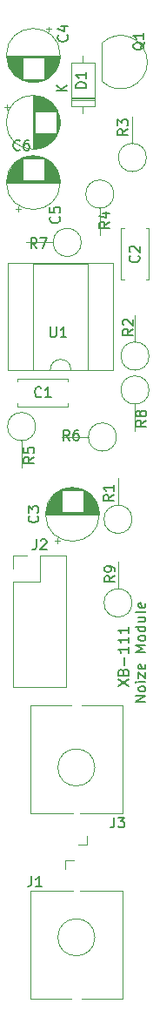
<source format=gbr>
G04 #@! TF.GenerationSoftware,KiCad,Pcbnew,(5.1.0)-1*
G04 #@! TF.CreationDate,2019-04-05T00:52:50-04:00*
G04 #@! TF.ProjectId,noize,6e6f697a-652e-46b6-9963-61645f706362,rev?*
G04 #@! TF.SameCoordinates,Original*
G04 #@! TF.FileFunction,Legend,Top*
G04 #@! TF.FilePolarity,Positive*
%FSLAX46Y46*%
G04 Gerber Fmt 4.6, Leading zero omitted, Abs format (unit mm)*
G04 Created by KiCad (PCBNEW (5.1.0)-1) date 2019-04-05 00:52:50*
%MOMM*%
%LPD*%
G04 APERTURE LIST*
%ADD10C,0.150000*%
%ADD11C,0.120000*%
G04 APERTURE END LIST*
D10*
X158012380Y-163154904D02*
X159012380Y-162488238D01*
X158012380Y-162488238D02*
X159012380Y-163154904D01*
X158488571Y-161773952D02*
X158536190Y-161631095D01*
X158583809Y-161583476D01*
X158679047Y-161535857D01*
X158821904Y-161535857D01*
X158917142Y-161583476D01*
X158964761Y-161631095D01*
X159012380Y-161726333D01*
X159012380Y-162107285D01*
X158012380Y-162107285D01*
X158012380Y-161773952D01*
X158060000Y-161678714D01*
X158107619Y-161631095D01*
X158202857Y-161583476D01*
X158298095Y-161583476D01*
X158393333Y-161631095D01*
X158440952Y-161678714D01*
X158488571Y-161773952D01*
X158488571Y-162107285D01*
X158631428Y-161107285D02*
X158631428Y-160345380D01*
X159012380Y-159345380D02*
X159012380Y-159916809D01*
X159012380Y-159631095D02*
X158012380Y-159631095D01*
X158155238Y-159726333D01*
X158250476Y-159821571D01*
X158298095Y-159916809D01*
X159012380Y-158393000D02*
X159012380Y-158964428D01*
X159012380Y-158678714D02*
X158012380Y-158678714D01*
X158155238Y-158773952D01*
X158250476Y-158869190D01*
X158298095Y-158964428D01*
X159012380Y-157440619D02*
X159012380Y-158012047D01*
X159012380Y-157726333D02*
X158012380Y-157726333D01*
X158155238Y-157821571D01*
X158250476Y-157916809D01*
X158298095Y-158012047D01*
X160662380Y-164702523D02*
X159662380Y-164702523D01*
X160662380Y-164131095D01*
X159662380Y-164131095D01*
X160662380Y-163512047D02*
X160614761Y-163607285D01*
X160567142Y-163654904D01*
X160471904Y-163702523D01*
X160186190Y-163702523D01*
X160090952Y-163654904D01*
X160043333Y-163607285D01*
X159995714Y-163512047D01*
X159995714Y-163369190D01*
X160043333Y-163273952D01*
X160090952Y-163226333D01*
X160186190Y-163178714D01*
X160471904Y-163178714D01*
X160567142Y-163226333D01*
X160614761Y-163273952D01*
X160662380Y-163369190D01*
X160662380Y-163512047D01*
X160662380Y-162750142D02*
X159995714Y-162750142D01*
X159662380Y-162750142D02*
X159710000Y-162797761D01*
X159757619Y-162750142D01*
X159710000Y-162702523D01*
X159662380Y-162750142D01*
X159757619Y-162750142D01*
X159995714Y-162369190D02*
X159995714Y-161845380D01*
X160662380Y-162369190D01*
X160662380Y-161845380D01*
X160614761Y-161083476D02*
X160662380Y-161178714D01*
X160662380Y-161369190D01*
X160614761Y-161464428D01*
X160519523Y-161512047D01*
X160138571Y-161512047D01*
X160043333Y-161464428D01*
X159995714Y-161369190D01*
X159995714Y-161178714D01*
X160043333Y-161083476D01*
X160138571Y-161035857D01*
X160233809Y-161035857D01*
X160329047Y-161512047D01*
X160662380Y-159845380D02*
X159662380Y-159845380D01*
X160376666Y-159512047D01*
X159662380Y-159178714D01*
X160662380Y-159178714D01*
X160662380Y-158559666D02*
X160614761Y-158654904D01*
X160567142Y-158702523D01*
X160471904Y-158750142D01*
X160186190Y-158750142D01*
X160090952Y-158702523D01*
X160043333Y-158654904D01*
X159995714Y-158559666D01*
X159995714Y-158416809D01*
X160043333Y-158321571D01*
X160090952Y-158273952D01*
X160186190Y-158226333D01*
X160471904Y-158226333D01*
X160567142Y-158273952D01*
X160614761Y-158321571D01*
X160662380Y-158416809D01*
X160662380Y-158559666D01*
X160662380Y-157369190D02*
X159662380Y-157369190D01*
X160614761Y-157369190D02*
X160662380Y-157464428D01*
X160662380Y-157654904D01*
X160614761Y-157750142D01*
X160567142Y-157797761D01*
X160471904Y-157845380D01*
X160186190Y-157845380D01*
X160090952Y-157797761D01*
X160043333Y-157750142D01*
X159995714Y-157654904D01*
X159995714Y-157464428D01*
X160043333Y-157369190D01*
X159995714Y-156464428D02*
X160662380Y-156464428D01*
X159995714Y-156893000D02*
X160519523Y-156893000D01*
X160614761Y-156845380D01*
X160662380Y-156750142D01*
X160662380Y-156607285D01*
X160614761Y-156512047D01*
X160567142Y-156464428D01*
X160662380Y-155845380D02*
X160614761Y-155940619D01*
X160519523Y-155988238D01*
X159662380Y-155988238D01*
X160614761Y-155083476D02*
X160662380Y-155178714D01*
X160662380Y-155369190D01*
X160614761Y-155464428D01*
X160519523Y-155512047D01*
X160138571Y-155512047D01*
X160043333Y-155464428D01*
X159995714Y-155369190D01*
X159995714Y-155178714D01*
X160043333Y-155083476D01*
X160138571Y-155035857D01*
X160233809Y-155035857D01*
X160329047Y-155512047D01*
D11*
X147260000Y-132454000D02*
X157540000Y-132454000D01*
X147260000Y-122054000D02*
X147260000Y-132454000D01*
X157540000Y-122054000D02*
X147260000Y-122054000D01*
X157540000Y-132454000D02*
X157540000Y-122054000D01*
X149750000Y-132394000D02*
X151400000Y-132394000D01*
X149750000Y-122114000D02*
X149750000Y-132394000D01*
X155050000Y-122114000D02*
X149750000Y-122114000D01*
X155050000Y-132394000D02*
X155050000Y-122114000D01*
X153400000Y-132394000D02*
X155050000Y-132394000D01*
X151400000Y-132394000D02*
G75*
G02X153400000Y-132394000I1000000J0D01*
G01*
X157988000Y-153697000D02*
X157988000Y-151087000D01*
X159358000Y-155067000D02*
G75*
G03X159358000Y-155067000I-1370000J0D01*
G01*
X159639000Y-135736000D02*
X159639000Y-138346000D01*
X161009000Y-134366000D02*
G75*
G03X161009000Y-134366000I-1370000J0D01*
G01*
X151665000Y-120015000D02*
X149055000Y-120015000D01*
X154405000Y-120015000D02*
G75*
G03X154405000Y-120015000I-1370000J0D01*
G01*
X155094000Y-138938000D02*
X152484000Y-138938000D01*
X157834000Y-138938000D02*
G75*
G03X157834000Y-138938000I-1370000J0D01*
G01*
X148590000Y-139292000D02*
X148590000Y-141902000D01*
X149960000Y-137922000D02*
G75*
G03X149960000Y-137922000I-1370000J0D01*
G01*
X156210000Y-116686000D02*
X156210000Y-119296000D01*
X157580000Y-115316000D02*
G75*
G03X157580000Y-115316000I-1370000J0D01*
G01*
X159385000Y-110390000D02*
X159385000Y-107780000D01*
X160755000Y-111760000D02*
G75*
G03X160755000Y-111760000I-1370000J0D01*
G01*
X159639000Y-129694000D02*
X159639000Y-127084000D01*
X161009000Y-131064000D02*
G75*
G03X161009000Y-131064000I-1370000J0D01*
G01*
X157988000Y-145569000D02*
X157988000Y-142959000D01*
X159358000Y-146939000D02*
G75*
G03X159358000Y-146939000I-1370000J0D01*
G01*
X156403522Y-104327478D02*
G75*
G03X160842000Y-102489000I1838478J1838478D01*
G01*
X156403522Y-100650522D02*
G75*
G02X160842000Y-102489000I1838478J-1838478D01*
G01*
X156392000Y-100689000D02*
X156392000Y-104289000D01*
X154984000Y-178546000D02*
X154124000Y-178546000D01*
X154984000Y-178546000D02*
X154984000Y-177746000D01*
X155724000Y-171066000D02*
G75*
G03X155724000Y-171066000I-1800000J0D01*
G01*
X154274000Y-175566000D02*
X158424000Y-175566000D01*
X149424000Y-175566000D02*
X153574000Y-175566000D01*
X154424000Y-165066000D02*
X158424000Y-165066000D01*
X149424000Y-165066000D02*
X153424000Y-165066000D01*
X149424000Y-175566000D02*
X149424000Y-165066000D01*
X158424000Y-175566000D02*
X158424000Y-165066000D01*
X147768000Y-150435000D02*
X149098000Y-150435000D01*
X147768000Y-151765000D02*
X147768000Y-150435000D01*
X150368000Y-150435000D02*
X152968000Y-150435000D01*
X150368000Y-153035000D02*
X150368000Y-150435000D01*
X147768000Y-153035000D02*
X150368000Y-153035000D01*
X152968000Y-150435000D02*
X152968000Y-163255000D01*
X147768000Y-153035000D02*
X147768000Y-163255000D01*
X147768000Y-163255000D02*
X152968000Y-163255000D01*
X152864000Y-180102000D02*
X153724000Y-180102000D01*
X152864000Y-180102000D02*
X152864000Y-180902000D01*
X155724000Y-187582000D02*
G75*
G03X155724000Y-187582000I-1800000J0D01*
G01*
X153574000Y-183082000D02*
X149424000Y-183082000D01*
X158424000Y-183082000D02*
X154274000Y-183082000D01*
X153424000Y-193582000D02*
X149424000Y-193582000D01*
X158424000Y-193582000D02*
X154424000Y-193582000D01*
X158424000Y-183082000D02*
X158424000Y-193582000D01*
X149424000Y-183082000D02*
X149424000Y-193582000D01*
X153439000Y-106168000D02*
X155679000Y-106168000D01*
X153439000Y-105928000D02*
X155679000Y-105928000D01*
X153439000Y-106048000D02*
X155679000Y-106048000D01*
X154559000Y-101878000D02*
X154559000Y-102528000D01*
X154559000Y-107418000D02*
X154559000Y-106768000D01*
X153439000Y-102528000D02*
X153439000Y-106768000D01*
X155679000Y-102528000D02*
X153439000Y-102528000D01*
X155679000Y-106768000D02*
X155679000Y-102528000D01*
X153439000Y-106768000D02*
X155679000Y-106768000D01*
X147158225Y-106606000D02*
X147158225Y-107106000D01*
X146908225Y-106856000D02*
X147408225Y-106856000D01*
X152314000Y-108047000D02*
X152314000Y-108615000D01*
X152274000Y-107813000D02*
X152274000Y-108849000D01*
X152234000Y-107654000D02*
X152234000Y-109008000D01*
X152194000Y-107526000D02*
X152194000Y-109136000D01*
X152154000Y-107416000D02*
X152154000Y-109246000D01*
X152114000Y-107320000D02*
X152114000Y-109342000D01*
X152074000Y-107233000D02*
X152074000Y-109429000D01*
X152034000Y-107153000D02*
X152034000Y-109509000D01*
X151994000Y-109371000D02*
X151994000Y-109582000D01*
X151994000Y-107080000D02*
X151994000Y-107291000D01*
X151954000Y-109371000D02*
X151954000Y-109650000D01*
X151954000Y-107012000D02*
X151954000Y-107291000D01*
X151914000Y-109371000D02*
X151914000Y-109714000D01*
X151914000Y-106948000D02*
X151914000Y-107291000D01*
X151874000Y-109371000D02*
X151874000Y-109774000D01*
X151874000Y-106888000D02*
X151874000Y-107291000D01*
X151834000Y-109371000D02*
X151834000Y-109831000D01*
X151834000Y-106831000D02*
X151834000Y-107291000D01*
X151794000Y-109371000D02*
X151794000Y-109885000D01*
X151794000Y-106777000D02*
X151794000Y-107291000D01*
X151754000Y-109371000D02*
X151754000Y-109936000D01*
X151754000Y-106726000D02*
X151754000Y-107291000D01*
X151714000Y-109371000D02*
X151714000Y-109984000D01*
X151714000Y-106678000D02*
X151714000Y-107291000D01*
X151674000Y-109371000D02*
X151674000Y-110030000D01*
X151674000Y-106632000D02*
X151674000Y-107291000D01*
X151634000Y-109371000D02*
X151634000Y-110074000D01*
X151634000Y-106588000D02*
X151634000Y-107291000D01*
X151594000Y-109371000D02*
X151594000Y-110116000D01*
X151594000Y-106546000D02*
X151594000Y-107291000D01*
X151554000Y-109371000D02*
X151554000Y-110157000D01*
X151554000Y-106505000D02*
X151554000Y-107291000D01*
X151514000Y-109371000D02*
X151514000Y-110195000D01*
X151514000Y-106467000D02*
X151514000Y-107291000D01*
X151474000Y-109371000D02*
X151474000Y-110232000D01*
X151474000Y-106430000D02*
X151474000Y-107291000D01*
X151434000Y-109371000D02*
X151434000Y-110268000D01*
X151434000Y-106394000D02*
X151434000Y-107291000D01*
X151394000Y-109371000D02*
X151394000Y-110302000D01*
X151394000Y-106360000D02*
X151394000Y-107291000D01*
X151354000Y-109371000D02*
X151354000Y-110335000D01*
X151354000Y-106327000D02*
X151354000Y-107291000D01*
X151314000Y-109371000D02*
X151314000Y-110366000D01*
X151314000Y-106296000D02*
X151314000Y-107291000D01*
X151274000Y-109371000D02*
X151274000Y-110396000D01*
X151274000Y-106266000D02*
X151274000Y-107291000D01*
X151234000Y-109371000D02*
X151234000Y-110426000D01*
X151234000Y-106236000D02*
X151234000Y-107291000D01*
X151194000Y-109371000D02*
X151194000Y-110453000D01*
X151194000Y-106209000D02*
X151194000Y-107291000D01*
X151154000Y-109371000D02*
X151154000Y-110480000D01*
X151154000Y-106182000D02*
X151154000Y-107291000D01*
X151114000Y-109371000D02*
X151114000Y-110506000D01*
X151114000Y-106156000D02*
X151114000Y-107291000D01*
X151074000Y-109371000D02*
X151074000Y-110531000D01*
X151074000Y-106131000D02*
X151074000Y-107291000D01*
X151034000Y-109371000D02*
X151034000Y-110555000D01*
X151034000Y-106107000D02*
X151034000Y-107291000D01*
X150994000Y-109371000D02*
X150994000Y-110578000D01*
X150994000Y-106084000D02*
X150994000Y-107291000D01*
X150954000Y-109371000D02*
X150954000Y-110599000D01*
X150954000Y-106063000D02*
X150954000Y-107291000D01*
X150914000Y-109371000D02*
X150914000Y-110621000D01*
X150914000Y-106041000D02*
X150914000Y-107291000D01*
X150874000Y-109371000D02*
X150874000Y-110641000D01*
X150874000Y-106021000D02*
X150874000Y-107291000D01*
X150834000Y-109371000D02*
X150834000Y-110660000D01*
X150834000Y-106002000D02*
X150834000Y-107291000D01*
X150794000Y-109371000D02*
X150794000Y-110679000D01*
X150794000Y-105983000D02*
X150794000Y-107291000D01*
X150754000Y-109371000D02*
X150754000Y-110696000D01*
X150754000Y-105966000D02*
X150754000Y-107291000D01*
X150714000Y-109371000D02*
X150714000Y-110713000D01*
X150714000Y-105949000D02*
X150714000Y-107291000D01*
X150674000Y-109371000D02*
X150674000Y-110729000D01*
X150674000Y-105933000D02*
X150674000Y-107291000D01*
X150634000Y-109371000D02*
X150634000Y-110745000D01*
X150634000Y-105917000D02*
X150634000Y-107291000D01*
X150594000Y-109371000D02*
X150594000Y-110759000D01*
X150594000Y-105903000D02*
X150594000Y-107291000D01*
X150554000Y-109371000D02*
X150554000Y-110773000D01*
X150554000Y-105889000D02*
X150554000Y-107291000D01*
X150514000Y-109371000D02*
X150514000Y-110786000D01*
X150514000Y-105876000D02*
X150514000Y-107291000D01*
X150474000Y-109371000D02*
X150474000Y-110799000D01*
X150474000Y-105863000D02*
X150474000Y-107291000D01*
X150434000Y-109371000D02*
X150434000Y-110811000D01*
X150434000Y-105851000D02*
X150434000Y-107291000D01*
X150393000Y-109371000D02*
X150393000Y-110822000D01*
X150393000Y-105840000D02*
X150393000Y-107291000D01*
X150353000Y-109371000D02*
X150353000Y-110832000D01*
X150353000Y-105830000D02*
X150353000Y-107291000D01*
X150313000Y-109371000D02*
X150313000Y-110842000D01*
X150313000Y-105820000D02*
X150313000Y-107291000D01*
X150273000Y-109371000D02*
X150273000Y-110851000D01*
X150273000Y-105811000D02*
X150273000Y-107291000D01*
X150233000Y-109371000D02*
X150233000Y-110859000D01*
X150233000Y-105803000D02*
X150233000Y-107291000D01*
X150193000Y-109371000D02*
X150193000Y-110867000D01*
X150193000Y-105795000D02*
X150193000Y-107291000D01*
X150153000Y-109371000D02*
X150153000Y-110874000D01*
X150153000Y-105788000D02*
X150153000Y-107291000D01*
X150113000Y-109371000D02*
X150113000Y-110881000D01*
X150113000Y-105781000D02*
X150113000Y-107291000D01*
X150073000Y-109371000D02*
X150073000Y-110887000D01*
X150073000Y-105775000D02*
X150073000Y-107291000D01*
X150033000Y-109371000D02*
X150033000Y-110892000D01*
X150033000Y-105770000D02*
X150033000Y-107291000D01*
X149993000Y-109371000D02*
X149993000Y-110896000D01*
X149993000Y-105766000D02*
X149993000Y-107291000D01*
X149953000Y-109371000D02*
X149953000Y-110900000D01*
X149953000Y-105762000D02*
X149953000Y-107291000D01*
X149913000Y-105758000D02*
X149913000Y-110904000D01*
X149873000Y-105755000D02*
X149873000Y-110907000D01*
X149833000Y-105753000D02*
X149833000Y-110909000D01*
X149793000Y-105752000D02*
X149793000Y-110910000D01*
X149753000Y-105751000D02*
X149753000Y-110911000D01*
X149713000Y-105751000D02*
X149713000Y-110911000D01*
X152333000Y-108331000D02*
G75*
G03X152333000Y-108331000I-2620000J0D01*
G01*
X148008000Y-116747775D02*
X148508000Y-116747775D01*
X148258000Y-116997775D02*
X148258000Y-116497775D01*
X149449000Y-111592000D02*
X150017000Y-111592000D01*
X149215000Y-111632000D02*
X150251000Y-111632000D01*
X149056000Y-111672000D02*
X150410000Y-111672000D01*
X148928000Y-111712000D02*
X150538000Y-111712000D01*
X148818000Y-111752000D02*
X150648000Y-111752000D01*
X148722000Y-111792000D02*
X150744000Y-111792000D01*
X148635000Y-111832000D02*
X150831000Y-111832000D01*
X148555000Y-111872000D02*
X150911000Y-111872000D01*
X150773000Y-111912000D02*
X150984000Y-111912000D01*
X148482000Y-111912000D02*
X148693000Y-111912000D01*
X150773000Y-111952000D02*
X151052000Y-111952000D01*
X148414000Y-111952000D02*
X148693000Y-111952000D01*
X150773000Y-111992000D02*
X151116000Y-111992000D01*
X148350000Y-111992000D02*
X148693000Y-111992000D01*
X150773000Y-112032000D02*
X151176000Y-112032000D01*
X148290000Y-112032000D02*
X148693000Y-112032000D01*
X150773000Y-112072000D02*
X151233000Y-112072000D01*
X148233000Y-112072000D02*
X148693000Y-112072000D01*
X150773000Y-112112000D02*
X151287000Y-112112000D01*
X148179000Y-112112000D02*
X148693000Y-112112000D01*
X150773000Y-112152000D02*
X151338000Y-112152000D01*
X148128000Y-112152000D02*
X148693000Y-112152000D01*
X150773000Y-112192000D02*
X151386000Y-112192000D01*
X148080000Y-112192000D02*
X148693000Y-112192000D01*
X150773000Y-112232000D02*
X151432000Y-112232000D01*
X148034000Y-112232000D02*
X148693000Y-112232000D01*
X150773000Y-112272000D02*
X151476000Y-112272000D01*
X147990000Y-112272000D02*
X148693000Y-112272000D01*
X150773000Y-112312000D02*
X151518000Y-112312000D01*
X147948000Y-112312000D02*
X148693000Y-112312000D01*
X150773000Y-112352000D02*
X151559000Y-112352000D01*
X147907000Y-112352000D02*
X148693000Y-112352000D01*
X150773000Y-112392000D02*
X151597000Y-112392000D01*
X147869000Y-112392000D02*
X148693000Y-112392000D01*
X150773000Y-112432000D02*
X151634000Y-112432000D01*
X147832000Y-112432000D02*
X148693000Y-112432000D01*
X150773000Y-112472000D02*
X151670000Y-112472000D01*
X147796000Y-112472000D02*
X148693000Y-112472000D01*
X150773000Y-112512000D02*
X151704000Y-112512000D01*
X147762000Y-112512000D02*
X148693000Y-112512000D01*
X150773000Y-112552000D02*
X151737000Y-112552000D01*
X147729000Y-112552000D02*
X148693000Y-112552000D01*
X150773000Y-112592000D02*
X151768000Y-112592000D01*
X147698000Y-112592000D02*
X148693000Y-112592000D01*
X150773000Y-112632000D02*
X151798000Y-112632000D01*
X147668000Y-112632000D02*
X148693000Y-112632000D01*
X150773000Y-112672000D02*
X151828000Y-112672000D01*
X147638000Y-112672000D02*
X148693000Y-112672000D01*
X150773000Y-112712000D02*
X151855000Y-112712000D01*
X147611000Y-112712000D02*
X148693000Y-112712000D01*
X150773000Y-112752000D02*
X151882000Y-112752000D01*
X147584000Y-112752000D02*
X148693000Y-112752000D01*
X150773000Y-112792000D02*
X151908000Y-112792000D01*
X147558000Y-112792000D02*
X148693000Y-112792000D01*
X150773000Y-112832000D02*
X151933000Y-112832000D01*
X147533000Y-112832000D02*
X148693000Y-112832000D01*
X150773000Y-112872000D02*
X151957000Y-112872000D01*
X147509000Y-112872000D02*
X148693000Y-112872000D01*
X150773000Y-112912000D02*
X151980000Y-112912000D01*
X147486000Y-112912000D02*
X148693000Y-112912000D01*
X150773000Y-112952000D02*
X152001000Y-112952000D01*
X147465000Y-112952000D02*
X148693000Y-112952000D01*
X150773000Y-112992000D02*
X152023000Y-112992000D01*
X147443000Y-112992000D02*
X148693000Y-112992000D01*
X150773000Y-113032000D02*
X152043000Y-113032000D01*
X147423000Y-113032000D02*
X148693000Y-113032000D01*
X150773000Y-113072000D02*
X152062000Y-113072000D01*
X147404000Y-113072000D02*
X148693000Y-113072000D01*
X150773000Y-113112000D02*
X152081000Y-113112000D01*
X147385000Y-113112000D02*
X148693000Y-113112000D01*
X150773000Y-113152000D02*
X152098000Y-113152000D01*
X147368000Y-113152000D02*
X148693000Y-113152000D01*
X150773000Y-113192000D02*
X152115000Y-113192000D01*
X147351000Y-113192000D02*
X148693000Y-113192000D01*
X150773000Y-113232000D02*
X152131000Y-113232000D01*
X147335000Y-113232000D02*
X148693000Y-113232000D01*
X150773000Y-113272000D02*
X152147000Y-113272000D01*
X147319000Y-113272000D02*
X148693000Y-113272000D01*
X150773000Y-113312000D02*
X152161000Y-113312000D01*
X147305000Y-113312000D02*
X148693000Y-113312000D01*
X150773000Y-113352000D02*
X152175000Y-113352000D01*
X147291000Y-113352000D02*
X148693000Y-113352000D01*
X150773000Y-113392000D02*
X152188000Y-113392000D01*
X147278000Y-113392000D02*
X148693000Y-113392000D01*
X150773000Y-113432000D02*
X152201000Y-113432000D01*
X147265000Y-113432000D02*
X148693000Y-113432000D01*
X150773000Y-113472000D02*
X152213000Y-113472000D01*
X147253000Y-113472000D02*
X148693000Y-113472000D01*
X150773000Y-113513000D02*
X152224000Y-113513000D01*
X147242000Y-113513000D02*
X148693000Y-113513000D01*
X150773000Y-113553000D02*
X152234000Y-113553000D01*
X147232000Y-113553000D02*
X148693000Y-113553000D01*
X150773000Y-113593000D02*
X152244000Y-113593000D01*
X147222000Y-113593000D02*
X148693000Y-113593000D01*
X150773000Y-113633000D02*
X152253000Y-113633000D01*
X147213000Y-113633000D02*
X148693000Y-113633000D01*
X150773000Y-113673000D02*
X152261000Y-113673000D01*
X147205000Y-113673000D02*
X148693000Y-113673000D01*
X150773000Y-113713000D02*
X152269000Y-113713000D01*
X147197000Y-113713000D02*
X148693000Y-113713000D01*
X150773000Y-113753000D02*
X152276000Y-113753000D01*
X147190000Y-113753000D02*
X148693000Y-113753000D01*
X150773000Y-113793000D02*
X152283000Y-113793000D01*
X147183000Y-113793000D02*
X148693000Y-113793000D01*
X150773000Y-113833000D02*
X152289000Y-113833000D01*
X147177000Y-113833000D02*
X148693000Y-113833000D01*
X150773000Y-113873000D02*
X152294000Y-113873000D01*
X147172000Y-113873000D02*
X148693000Y-113873000D01*
X150773000Y-113913000D02*
X152298000Y-113913000D01*
X147168000Y-113913000D02*
X148693000Y-113913000D01*
X150773000Y-113953000D02*
X152302000Y-113953000D01*
X147164000Y-113953000D02*
X148693000Y-113953000D01*
X147160000Y-113993000D02*
X152306000Y-113993000D01*
X147157000Y-114033000D02*
X152309000Y-114033000D01*
X147155000Y-114073000D02*
X152311000Y-114073000D01*
X147154000Y-114113000D02*
X152312000Y-114113000D01*
X147153000Y-114153000D02*
X152313000Y-114153000D01*
X147153000Y-114193000D02*
X152313000Y-114193000D01*
X152353000Y-114193000D02*
G75*
G03X152353000Y-114193000I-2620000J0D01*
G01*
X151458000Y-99279225D02*
X150958000Y-99279225D01*
X151208000Y-99029225D02*
X151208000Y-99529225D01*
X150017000Y-104435000D02*
X149449000Y-104435000D01*
X150251000Y-104395000D02*
X149215000Y-104395000D01*
X150410000Y-104355000D02*
X149056000Y-104355000D01*
X150538000Y-104315000D02*
X148928000Y-104315000D01*
X150648000Y-104275000D02*
X148818000Y-104275000D01*
X150744000Y-104235000D02*
X148722000Y-104235000D01*
X150831000Y-104195000D02*
X148635000Y-104195000D01*
X150911000Y-104155000D02*
X148555000Y-104155000D01*
X148693000Y-104115000D02*
X148482000Y-104115000D01*
X150984000Y-104115000D02*
X150773000Y-104115000D01*
X148693000Y-104075000D02*
X148414000Y-104075000D01*
X151052000Y-104075000D02*
X150773000Y-104075000D01*
X148693000Y-104035000D02*
X148350000Y-104035000D01*
X151116000Y-104035000D02*
X150773000Y-104035000D01*
X148693000Y-103995000D02*
X148290000Y-103995000D01*
X151176000Y-103995000D02*
X150773000Y-103995000D01*
X148693000Y-103955000D02*
X148233000Y-103955000D01*
X151233000Y-103955000D02*
X150773000Y-103955000D01*
X148693000Y-103915000D02*
X148179000Y-103915000D01*
X151287000Y-103915000D02*
X150773000Y-103915000D01*
X148693000Y-103875000D02*
X148128000Y-103875000D01*
X151338000Y-103875000D02*
X150773000Y-103875000D01*
X148693000Y-103835000D02*
X148080000Y-103835000D01*
X151386000Y-103835000D02*
X150773000Y-103835000D01*
X148693000Y-103795000D02*
X148034000Y-103795000D01*
X151432000Y-103795000D02*
X150773000Y-103795000D01*
X148693000Y-103755000D02*
X147990000Y-103755000D01*
X151476000Y-103755000D02*
X150773000Y-103755000D01*
X148693000Y-103715000D02*
X147948000Y-103715000D01*
X151518000Y-103715000D02*
X150773000Y-103715000D01*
X148693000Y-103675000D02*
X147907000Y-103675000D01*
X151559000Y-103675000D02*
X150773000Y-103675000D01*
X148693000Y-103635000D02*
X147869000Y-103635000D01*
X151597000Y-103635000D02*
X150773000Y-103635000D01*
X148693000Y-103595000D02*
X147832000Y-103595000D01*
X151634000Y-103595000D02*
X150773000Y-103595000D01*
X148693000Y-103555000D02*
X147796000Y-103555000D01*
X151670000Y-103555000D02*
X150773000Y-103555000D01*
X148693000Y-103515000D02*
X147762000Y-103515000D01*
X151704000Y-103515000D02*
X150773000Y-103515000D01*
X148693000Y-103475000D02*
X147729000Y-103475000D01*
X151737000Y-103475000D02*
X150773000Y-103475000D01*
X148693000Y-103435000D02*
X147698000Y-103435000D01*
X151768000Y-103435000D02*
X150773000Y-103435000D01*
X148693000Y-103395000D02*
X147668000Y-103395000D01*
X151798000Y-103395000D02*
X150773000Y-103395000D01*
X148693000Y-103355000D02*
X147638000Y-103355000D01*
X151828000Y-103355000D02*
X150773000Y-103355000D01*
X148693000Y-103315000D02*
X147611000Y-103315000D01*
X151855000Y-103315000D02*
X150773000Y-103315000D01*
X148693000Y-103275000D02*
X147584000Y-103275000D01*
X151882000Y-103275000D02*
X150773000Y-103275000D01*
X148693000Y-103235000D02*
X147558000Y-103235000D01*
X151908000Y-103235000D02*
X150773000Y-103235000D01*
X148693000Y-103195000D02*
X147533000Y-103195000D01*
X151933000Y-103195000D02*
X150773000Y-103195000D01*
X148693000Y-103155000D02*
X147509000Y-103155000D01*
X151957000Y-103155000D02*
X150773000Y-103155000D01*
X148693000Y-103115000D02*
X147486000Y-103115000D01*
X151980000Y-103115000D02*
X150773000Y-103115000D01*
X148693000Y-103075000D02*
X147465000Y-103075000D01*
X152001000Y-103075000D02*
X150773000Y-103075000D01*
X148693000Y-103035000D02*
X147443000Y-103035000D01*
X152023000Y-103035000D02*
X150773000Y-103035000D01*
X148693000Y-102995000D02*
X147423000Y-102995000D01*
X152043000Y-102995000D02*
X150773000Y-102995000D01*
X148693000Y-102955000D02*
X147404000Y-102955000D01*
X152062000Y-102955000D02*
X150773000Y-102955000D01*
X148693000Y-102915000D02*
X147385000Y-102915000D01*
X152081000Y-102915000D02*
X150773000Y-102915000D01*
X148693000Y-102875000D02*
X147368000Y-102875000D01*
X152098000Y-102875000D02*
X150773000Y-102875000D01*
X148693000Y-102835000D02*
X147351000Y-102835000D01*
X152115000Y-102835000D02*
X150773000Y-102835000D01*
X148693000Y-102795000D02*
X147335000Y-102795000D01*
X152131000Y-102795000D02*
X150773000Y-102795000D01*
X148693000Y-102755000D02*
X147319000Y-102755000D01*
X152147000Y-102755000D02*
X150773000Y-102755000D01*
X148693000Y-102715000D02*
X147305000Y-102715000D01*
X152161000Y-102715000D02*
X150773000Y-102715000D01*
X148693000Y-102675000D02*
X147291000Y-102675000D01*
X152175000Y-102675000D02*
X150773000Y-102675000D01*
X148693000Y-102635000D02*
X147278000Y-102635000D01*
X152188000Y-102635000D02*
X150773000Y-102635000D01*
X148693000Y-102595000D02*
X147265000Y-102595000D01*
X152201000Y-102595000D02*
X150773000Y-102595000D01*
X148693000Y-102555000D02*
X147253000Y-102555000D01*
X152213000Y-102555000D02*
X150773000Y-102555000D01*
X148693000Y-102514000D02*
X147242000Y-102514000D01*
X152224000Y-102514000D02*
X150773000Y-102514000D01*
X148693000Y-102474000D02*
X147232000Y-102474000D01*
X152234000Y-102474000D02*
X150773000Y-102474000D01*
X148693000Y-102434000D02*
X147222000Y-102434000D01*
X152244000Y-102434000D02*
X150773000Y-102434000D01*
X148693000Y-102394000D02*
X147213000Y-102394000D01*
X152253000Y-102394000D02*
X150773000Y-102394000D01*
X148693000Y-102354000D02*
X147205000Y-102354000D01*
X152261000Y-102354000D02*
X150773000Y-102354000D01*
X148693000Y-102314000D02*
X147197000Y-102314000D01*
X152269000Y-102314000D02*
X150773000Y-102314000D01*
X148693000Y-102274000D02*
X147190000Y-102274000D01*
X152276000Y-102274000D02*
X150773000Y-102274000D01*
X148693000Y-102234000D02*
X147183000Y-102234000D01*
X152283000Y-102234000D02*
X150773000Y-102234000D01*
X148693000Y-102194000D02*
X147177000Y-102194000D01*
X152289000Y-102194000D02*
X150773000Y-102194000D01*
X148693000Y-102154000D02*
X147172000Y-102154000D01*
X152294000Y-102154000D02*
X150773000Y-102154000D01*
X148693000Y-102114000D02*
X147168000Y-102114000D01*
X152298000Y-102114000D02*
X150773000Y-102114000D01*
X148693000Y-102074000D02*
X147164000Y-102074000D01*
X152302000Y-102074000D02*
X150773000Y-102074000D01*
X152306000Y-102034000D02*
X147160000Y-102034000D01*
X152309000Y-101994000D02*
X147157000Y-101994000D01*
X152311000Y-101954000D02*
X147155000Y-101954000D01*
X152312000Y-101914000D02*
X147154000Y-101914000D01*
X152313000Y-101874000D02*
X147153000Y-101874000D01*
X152313000Y-101834000D02*
X147153000Y-101834000D01*
X152353000Y-101834000D02*
G75*
G03X152353000Y-101834000I-2620000J0D01*
G01*
X151818000Y-149005775D02*
X152318000Y-149005775D01*
X152068000Y-149255775D02*
X152068000Y-148755775D01*
X153259000Y-143850000D02*
X153827000Y-143850000D01*
X153025000Y-143890000D02*
X154061000Y-143890000D01*
X152866000Y-143930000D02*
X154220000Y-143930000D01*
X152738000Y-143970000D02*
X154348000Y-143970000D01*
X152628000Y-144010000D02*
X154458000Y-144010000D01*
X152532000Y-144050000D02*
X154554000Y-144050000D01*
X152445000Y-144090000D02*
X154641000Y-144090000D01*
X152365000Y-144130000D02*
X154721000Y-144130000D01*
X154583000Y-144170000D02*
X154794000Y-144170000D01*
X152292000Y-144170000D02*
X152503000Y-144170000D01*
X154583000Y-144210000D02*
X154862000Y-144210000D01*
X152224000Y-144210000D02*
X152503000Y-144210000D01*
X154583000Y-144250000D02*
X154926000Y-144250000D01*
X152160000Y-144250000D02*
X152503000Y-144250000D01*
X154583000Y-144290000D02*
X154986000Y-144290000D01*
X152100000Y-144290000D02*
X152503000Y-144290000D01*
X154583000Y-144330000D02*
X155043000Y-144330000D01*
X152043000Y-144330000D02*
X152503000Y-144330000D01*
X154583000Y-144370000D02*
X155097000Y-144370000D01*
X151989000Y-144370000D02*
X152503000Y-144370000D01*
X154583000Y-144410000D02*
X155148000Y-144410000D01*
X151938000Y-144410000D02*
X152503000Y-144410000D01*
X154583000Y-144450000D02*
X155196000Y-144450000D01*
X151890000Y-144450000D02*
X152503000Y-144450000D01*
X154583000Y-144490000D02*
X155242000Y-144490000D01*
X151844000Y-144490000D02*
X152503000Y-144490000D01*
X154583000Y-144530000D02*
X155286000Y-144530000D01*
X151800000Y-144530000D02*
X152503000Y-144530000D01*
X154583000Y-144570000D02*
X155328000Y-144570000D01*
X151758000Y-144570000D02*
X152503000Y-144570000D01*
X154583000Y-144610000D02*
X155369000Y-144610000D01*
X151717000Y-144610000D02*
X152503000Y-144610000D01*
X154583000Y-144650000D02*
X155407000Y-144650000D01*
X151679000Y-144650000D02*
X152503000Y-144650000D01*
X154583000Y-144690000D02*
X155444000Y-144690000D01*
X151642000Y-144690000D02*
X152503000Y-144690000D01*
X154583000Y-144730000D02*
X155480000Y-144730000D01*
X151606000Y-144730000D02*
X152503000Y-144730000D01*
X154583000Y-144770000D02*
X155514000Y-144770000D01*
X151572000Y-144770000D02*
X152503000Y-144770000D01*
X154583000Y-144810000D02*
X155547000Y-144810000D01*
X151539000Y-144810000D02*
X152503000Y-144810000D01*
X154583000Y-144850000D02*
X155578000Y-144850000D01*
X151508000Y-144850000D02*
X152503000Y-144850000D01*
X154583000Y-144890000D02*
X155608000Y-144890000D01*
X151478000Y-144890000D02*
X152503000Y-144890000D01*
X154583000Y-144930000D02*
X155638000Y-144930000D01*
X151448000Y-144930000D02*
X152503000Y-144930000D01*
X154583000Y-144970000D02*
X155665000Y-144970000D01*
X151421000Y-144970000D02*
X152503000Y-144970000D01*
X154583000Y-145010000D02*
X155692000Y-145010000D01*
X151394000Y-145010000D02*
X152503000Y-145010000D01*
X154583000Y-145050000D02*
X155718000Y-145050000D01*
X151368000Y-145050000D02*
X152503000Y-145050000D01*
X154583000Y-145090000D02*
X155743000Y-145090000D01*
X151343000Y-145090000D02*
X152503000Y-145090000D01*
X154583000Y-145130000D02*
X155767000Y-145130000D01*
X151319000Y-145130000D02*
X152503000Y-145130000D01*
X154583000Y-145170000D02*
X155790000Y-145170000D01*
X151296000Y-145170000D02*
X152503000Y-145170000D01*
X154583000Y-145210000D02*
X155811000Y-145210000D01*
X151275000Y-145210000D02*
X152503000Y-145210000D01*
X154583000Y-145250000D02*
X155833000Y-145250000D01*
X151253000Y-145250000D02*
X152503000Y-145250000D01*
X154583000Y-145290000D02*
X155853000Y-145290000D01*
X151233000Y-145290000D02*
X152503000Y-145290000D01*
X154583000Y-145330000D02*
X155872000Y-145330000D01*
X151214000Y-145330000D02*
X152503000Y-145330000D01*
X154583000Y-145370000D02*
X155891000Y-145370000D01*
X151195000Y-145370000D02*
X152503000Y-145370000D01*
X154583000Y-145410000D02*
X155908000Y-145410000D01*
X151178000Y-145410000D02*
X152503000Y-145410000D01*
X154583000Y-145450000D02*
X155925000Y-145450000D01*
X151161000Y-145450000D02*
X152503000Y-145450000D01*
X154583000Y-145490000D02*
X155941000Y-145490000D01*
X151145000Y-145490000D02*
X152503000Y-145490000D01*
X154583000Y-145530000D02*
X155957000Y-145530000D01*
X151129000Y-145530000D02*
X152503000Y-145530000D01*
X154583000Y-145570000D02*
X155971000Y-145570000D01*
X151115000Y-145570000D02*
X152503000Y-145570000D01*
X154583000Y-145610000D02*
X155985000Y-145610000D01*
X151101000Y-145610000D02*
X152503000Y-145610000D01*
X154583000Y-145650000D02*
X155998000Y-145650000D01*
X151088000Y-145650000D02*
X152503000Y-145650000D01*
X154583000Y-145690000D02*
X156011000Y-145690000D01*
X151075000Y-145690000D02*
X152503000Y-145690000D01*
X154583000Y-145730000D02*
X156023000Y-145730000D01*
X151063000Y-145730000D02*
X152503000Y-145730000D01*
X154583000Y-145771000D02*
X156034000Y-145771000D01*
X151052000Y-145771000D02*
X152503000Y-145771000D01*
X154583000Y-145811000D02*
X156044000Y-145811000D01*
X151042000Y-145811000D02*
X152503000Y-145811000D01*
X154583000Y-145851000D02*
X156054000Y-145851000D01*
X151032000Y-145851000D02*
X152503000Y-145851000D01*
X154583000Y-145891000D02*
X156063000Y-145891000D01*
X151023000Y-145891000D02*
X152503000Y-145891000D01*
X154583000Y-145931000D02*
X156071000Y-145931000D01*
X151015000Y-145931000D02*
X152503000Y-145931000D01*
X154583000Y-145971000D02*
X156079000Y-145971000D01*
X151007000Y-145971000D02*
X152503000Y-145971000D01*
X154583000Y-146011000D02*
X156086000Y-146011000D01*
X151000000Y-146011000D02*
X152503000Y-146011000D01*
X154583000Y-146051000D02*
X156093000Y-146051000D01*
X150993000Y-146051000D02*
X152503000Y-146051000D01*
X154583000Y-146091000D02*
X156099000Y-146091000D01*
X150987000Y-146091000D02*
X152503000Y-146091000D01*
X154583000Y-146131000D02*
X156104000Y-146131000D01*
X150982000Y-146131000D02*
X152503000Y-146131000D01*
X154583000Y-146171000D02*
X156108000Y-146171000D01*
X150978000Y-146171000D02*
X152503000Y-146171000D01*
X154583000Y-146211000D02*
X156112000Y-146211000D01*
X150974000Y-146211000D02*
X152503000Y-146211000D01*
X150970000Y-146251000D02*
X156116000Y-146251000D01*
X150967000Y-146291000D02*
X156119000Y-146291000D01*
X150965000Y-146331000D02*
X156121000Y-146331000D01*
X150964000Y-146371000D02*
X156122000Y-146371000D01*
X150963000Y-146411000D02*
X156123000Y-146411000D01*
X150963000Y-146451000D02*
X156123000Y-146451000D01*
X156163000Y-146451000D02*
G75*
G03X156163000Y-146451000I-2620000J0D01*
G01*
X158584000Y-123588000D02*
X158269000Y-123588000D01*
X161009000Y-123588000D02*
X160694000Y-123588000D01*
X158584000Y-118648000D02*
X158269000Y-118648000D01*
X161009000Y-118648000D02*
X160694000Y-118648000D01*
X158269000Y-118648000D02*
X158269000Y-123588000D01*
X161009000Y-118648000D02*
X161009000Y-123588000D01*
X148192000Y-133565000D02*
X148192000Y-133250000D01*
X148192000Y-135990000D02*
X148192000Y-135675000D01*
X153132000Y-133565000D02*
X153132000Y-133250000D01*
X153132000Y-135990000D02*
X153132000Y-135675000D01*
X153132000Y-133250000D02*
X148192000Y-133250000D01*
X153132000Y-135990000D02*
X148192000Y-135990000D01*
D10*
X151384095Y-128230380D02*
X151384095Y-129039904D01*
X151431714Y-129135142D01*
X151479333Y-129182761D01*
X151574571Y-129230380D01*
X151765047Y-129230380D01*
X151860285Y-129182761D01*
X151907904Y-129135142D01*
X151955523Y-129039904D01*
X151955523Y-128230380D01*
X152955523Y-129230380D02*
X152384095Y-129230380D01*
X152669809Y-129230380D02*
X152669809Y-128230380D01*
X152574571Y-128373238D01*
X152479333Y-128468476D01*
X152384095Y-128516095D01*
X157678380Y-152439666D02*
X157202190Y-152773000D01*
X157678380Y-153011095D02*
X156678380Y-153011095D01*
X156678380Y-152630142D01*
X156726000Y-152534904D01*
X156773619Y-152487285D01*
X156868857Y-152439666D01*
X157011714Y-152439666D01*
X157106952Y-152487285D01*
X157154571Y-152534904D01*
X157202190Y-152630142D01*
X157202190Y-153011095D01*
X157678380Y-151963476D02*
X157678380Y-151773000D01*
X157630761Y-151677761D01*
X157583142Y-151630142D01*
X157440285Y-151534904D01*
X157249809Y-151487285D01*
X156868857Y-151487285D01*
X156773619Y-151534904D01*
X156726000Y-151582523D01*
X156678380Y-151677761D01*
X156678380Y-151868238D01*
X156726000Y-151963476D01*
X156773619Y-152011095D01*
X156868857Y-152058714D01*
X157106952Y-152058714D01*
X157202190Y-152011095D01*
X157249809Y-151963476D01*
X157297428Y-151868238D01*
X157297428Y-151677761D01*
X157249809Y-151582523D01*
X157202190Y-151534904D01*
X157106952Y-151487285D01*
X160726380Y-137326666D02*
X160250190Y-137660000D01*
X160726380Y-137898095D02*
X159726380Y-137898095D01*
X159726380Y-137517142D01*
X159774000Y-137421904D01*
X159821619Y-137374285D01*
X159916857Y-137326666D01*
X160059714Y-137326666D01*
X160154952Y-137374285D01*
X160202571Y-137421904D01*
X160250190Y-137517142D01*
X160250190Y-137898095D01*
X160154952Y-136755238D02*
X160107333Y-136850476D01*
X160059714Y-136898095D01*
X159964476Y-136945714D01*
X159916857Y-136945714D01*
X159821619Y-136898095D01*
X159774000Y-136850476D01*
X159726380Y-136755238D01*
X159726380Y-136564761D01*
X159774000Y-136469523D01*
X159821619Y-136421904D01*
X159916857Y-136374285D01*
X159964476Y-136374285D01*
X160059714Y-136421904D01*
X160107333Y-136469523D01*
X160154952Y-136564761D01*
X160154952Y-136755238D01*
X160202571Y-136850476D01*
X160250190Y-136898095D01*
X160345428Y-136945714D01*
X160535904Y-136945714D01*
X160631142Y-136898095D01*
X160678761Y-136850476D01*
X160726380Y-136755238D01*
X160726380Y-136564761D01*
X160678761Y-136469523D01*
X160631142Y-136421904D01*
X160535904Y-136374285D01*
X160345428Y-136374285D01*
X160250190Y-136421904D01*
X160202571Y-136469523D01*
X160154952Y-136564761D01*
X150074333Y-120594380D02*
X149741000Y-120118190D01*
X149502904Y-120594380D02*
X149502904Y-119594380D01*
X149883857Y-119594380D01*
X149979095Y-119642000D01*
X150026714Y-119689619D01*
X150074333Y-119784857D01*
X150074333Y-119927714D01*
X150026714Y-120022952D01*
X149979095Y-120070571D01*
X149883857Y-120118190D01*
X149502904Y-120118190D01*
X150407666Y-119594380D02*
X151074333Y-119594380D01*
X150645761Y-120594380D01*
X153249333Y-139263380D02*
X152916000Y-138787190D01*
X152677904Y-139263380D02*
X152677904Y-138263380D01*
X153058857Y-138263380D01*
X153154095Y-138311000D01*
X153201714Y-138358619D01*
X153249333Y-138453857D01*
X153249333Y-138596714D01*
X153201714Y-138691952D01*
X153154095Y-138739571D01*
X153058857Y-138787190D01*
X152677904Y-138787190D01*
X154106476Y-138263380D02*
X153916000Y-138263380D01*
X153820761Y-138311000D01*
X153773142Y-138358619D01*
X153677904Y-138501476D01*
X153630285Y-138691952D01*
X153630285Y-139072904D01*
X153677904Y-139168142D01*
X153725523Y-139215761D01*
X153820761Y-139263380D01*
X154011238Y-139263380D01*
X154106476Y-139215761D01*
X154154095Y-139168142D01*
X154201714Y-139072904D01*
X154201714Y-138834809D01*
X154154095Y-138739571D01*
X154106476Y-138691952D01*
X154011238Y-138644333D01*
X153820761Y-138644333D01*
X153725523Y-138691952D01*
X153677904Y-138739571D01*
X153630285Y-138834809D01*
X149804380Y-140882666D02*
X149328190Y-141216000D01*
X149804380Y-141454095D02*
X148804380Y-141454095D01*
X148804380Y-141073142D01*
X148852000Y-140977904D01*
X148899619Y-140930285D01*
X148994857Y-140882666D01*
X149137714Y-140882666D01*
X149232952Y-140930285D01*
X149280571Y-140977904D01*
X149328190Y-141073142D01*
X149328190Y-141454095D01*
X148804380Y-139977904D02*
X148804380Y-140454095D01*
X149280571Y-140501714D01*
X149232952Y-140454095D01*
X149185333Y-140358857D01*
X149185333Y-140120761D01*
X149232952Y-140025523D01*
X149280571Y-139977904D01*
X149375809Y-139930285D01*
X149613904Y-139930285D01*
X149709142Y-139977904D01*
X149756761Y-140025523D01*
X149804380Y-140120761D01*
X149804380Y-140358857D01*
X149756761Y-140454095D01*
X149709142Y-140501714D01*
X157170380Y-118022666D02*
X156694190Y-118356000D01*
X157170380Y-118594095D02*
X156170380Y-118594095D01*
X156170380Y-118213142D01*
X156218000Y-118117904D01*
X156265619Y-118070285D01*
X156360857Y-118022666D01*
X156503714Y-118022666D01*
X156598952Y-118070285D01*
X156646571Y-118117904D01*
X156694190Y-118213142D01*
X156694190Y-118594095D01*
X156503714Y-117165523D02*
X157170380Y-117165523D01*
X156122761Y-117403619D02*
X156837047Y-117641714D01*
X156837047Y-117022666D01*
X158948380Y-109005666D02*
X158472190Y-109339000D01*
X158948380Y-109577095D02*
X157948380Y-109577095D01*
X157948380Y-109196142D01*
X157996000Y-109100904D01*
X158043619Y-109053285D01*
X158138857Y-109005666D01*
X158281714Y-109005666D01*
X158376952Y-109053285D01*
X158424571Y-109100904D01*
X158472190Y-109196142D01*
X158472190Y-109577095D01*
X157948380Y-108672333D02*
X157948380Y-108053285D01*
X158329333Y-108386619D01*
X158329333Y-108243761D01*
X158376952Y-108148523D01*
X158424571Y-108100904D01*
X158519809Y-108053285D01*
X158757904Y-108053285D01*
X158853142Y-108100904D01*
X158900761Y-108148523D01*
X158948380Y-108243761D01*
X158948380Y-108529476D01*
X158900761Y-108624714D01*
X158853142Y-108672333D01*
X159456380Y-128436666D02*
X158980190Y-128770000D01*
X159456380Y-129008095D02*
X158456380Y-129008095D01*
X158456380Y-128627142D01*
X158504000Y-128531904D01*
X158551619Y-128484285D01*
X158646857Y-128436666D01*
X158789714Y-128436666D01*
X158884952Y-128484285D01*
X158932571Y-128531904D01*
X158980190Y-128627142D01*
X158980190Y-129008095D01*
X158551619Y-128055714D02*
X158504000Y-128008095D01*
X158456380Y-127912857D01*
X158456380Y-127674761D01*
X158504000Y-127579523D01*
X158551619Y-127531904D01*
X158646857Y-127484285D01*
X158742095Y-127484285D01*
X158884952Y-127531904D01*
X159456380Y-128103333D01*
X159456380Y-127484285D01*
X157551380Y-144565666D02*
X157075190Y-144899000D01*
X157551380Y-145137095D02*
X156551380Y-145137095D01*
X156551380Y-144756142D01*
X156599000Y-144660904D01*
X156646619Y-144613285D01*
X156741857Y-144565666D01*
X156884714Y-144565666D01*
X156979952Y-144613285D01*
X157027571Y-144660904D01*
X157075190Y-144756142D01*
X157075190Y-145137095D01*
X157551380Y-143613285D02*
X157551380Y-144184714D01*
X157551380Y-143899000D02*
X156551380Y-143899000D01*
X156694238Y-143994238D01*
X156789476Y-144089476D01*
X156837095Y-144184714D01*
X160567619Y-100552238D02*
X160520000Y-100647476D01*
X160424761Y-100742714D01*
X160281904Y-100885571D01*
X160234285Y-100980809D01*
X160234285Y-101076047D01*
X160472380Y-101028428D02*
X160424761Y-101123666D01*
X160329523Y-101218904D01*
X160139047Y-101266523D01*
X159805714Y-101266523D01*
X159615238Y-101218904D01*
X159520000Y-101123666D01*
X159472380Y-101028428D01*
X159472380Y-100837952D01*
X159520000Y-100742714D01*
X159615238Y-100647476D01*
X159805714Y-100599857D01*
X160139047Y-100599857D01*
X160329523Y-100647476D01*
X160424761Y-100742714D01*
X160472380Y-100837952D01*
X160472380Y-101028428D01*
X160472380Y-99647476D02*
X160472380Y-100218904D01*
X160472380Y-99933190D02*
X159472380Y-99933190D01*
X159615238Y-100028428D01*
X159710476Y-100123666D01*
X159758095Y-100218904D01*
X157620666Y-175918380D02*
X157620666Y-176632666D01*
X157573047Y-176775523D01*
X157477809Y-176870761D01*
X157334952Y-176918380D01*
X157239714Y-176918380D01*
X158001619Y-175918380D02*
X158620666Y-175918380D01*
X158287333Y-176299333D01*
X158430190Y-176299333D01*
X158525428Y-176346952D01*
X158573047Y-176394571D01*
X158620666Y-176489809D01*
X158620666Y-176727904D01*
X158573047Y-176823142D01*
X158525428Y-176870761D01*
X158430190Y-176918380D01*
X158144476Y-176918380D01*
X158049238Y-176870761D01*
X158001619Y-176823142D01*
X150034666Y-148887380D02*
X150034666Y-149601666D01*
X149987047Y-149744523D01*
X149891809Y-149839761D01*
X149748952Y-149887380D01*
X149653714Y-149887380D01*
X150463238Y-148982619D02*
X150510857Y-148935000D01*
X150606095Y-148887380D01*
X150844190Y-148887380D01*
X150939428Y-148935000D01*
X150987047Y-148982619D01*
X151034666Y-149077857D01*
X151034666Y-149173095D01*
X150987047Y-149315952D01*
X150415619Y-149887380D01*
X151034666Y-149887380D01*
X149560666Y-181634380D02*
X149560666Y-182348666D01*
X149513047Y-182491523D01*
X149417809Y-182586761D01*
X149274952Y-182634380D01*
X149179714Y-182634380D01*
X150560666Y-182634380D02*
X149989238Y-182634380D01*
X150274952Y-182634380D02*
X150274952Y-181634380D01*
X150179714Y-181777238D01*
X150084476Y-181872476D01*
X149989238Y-181920095D01*
X154884380Y-105005095D02*
X153884380Y-105005095D01*
X153884380Y-104767000D01*
X153932000Y-104624142D01*
X154027238Y-104528904D01*
X154122476Y-104481285D01*
X154312952Y-104433666D01*
X154455809Y-104433666D01*
X154646285Y-104481285D01*
X154741523Y-104528904D01*
X154836761Y-104624142D01*
X154884380Y-104767000D01*
X154884380Y-105005095D01*
X154884380Y-103481285D02*
X154884380Y-104052714D01*
X154884380Y-103767000D02*
X153884380Y-103767000D01*
X154027238Y-103862238D01*
X154122476Y-103957476D01*
X154170095Y-104052714D01*
X152979380Y-105290904D02*
X151979380Y-105290904D01*
X152979380Y-104719476D02*
X152407952Y-105148047D01*
X151979380Y-104719476D02*
X152550809Y-105290904D01*
X148423333Y-110974142D02*
X148375714Y-111021761D01*
X148232857Y-111069380D01*
X148137619Y-111069380D01*
X147994761Y-111021761D01*
X147899523Y-110926523D01*
X147851904Y-110831285D01*
X147804285Y-110640809D01*
X147804285Y-110497952D01*
X147851904Y-110307476D01*
X147899523Y-110212238D01*
X147994761Y-110117000D01*
X148137619Y-110069380D01*
X148232857Y-110069380D01*
X148375714Y-110117000D01*
X148423333Y-110164619D01*
X149280476Y-110069380D02*
X149090000Y-110069380D01*
X148994761Y-110117000D01*
X148947142Y-110164619D01*
X148851904Y-110307476D01*
X148804285Y-110497952D01*
X148804285Y-110878904D01*
X148851904Y-110974142D01*
X148899523Y-111021761D01*
X148994761Y-111069380D01*
X149185238Y-111069380D01*
X149280476Y-111021761D01*
X149328095Y-110974142D01*
X149375714Y-110878904D01*
X149375714Y-110640809D01*
X149328095Y-110545571D01*
X149280476Y-110497952D01*
X149185238Y-110450333D01*
X148994761Y-110450333D01*
X148899523Y-110497952D01*
X148851904Y-110545571D01*
X148804285Y-110640809D01*
X152249142Y-117514666D02*
X152296761Y-117562285D01*
X152344380Y-117705142D01*
X152344380Y-117800380D01*
X152296761Y-117943238D01*
X152201523Y-118038476D01*
X152106285Y-118086095D01*
X151915809Y-118133714D01*
X151772952Y-118133714D01*
X151582476Y-118086095D01*
X151487238Y-118038476D01*
X151392000Y-117943238D01*
X151344380Y-117800380D01*
X151344380Y-117705142D01*
X151392000Y-117562285D01*
X151439619Y-117514666D01*
X151344380Y-116609904D02*
X151344380Y-117086095D01*
X151820571Y-117133714D01*
X151772952Y-117086095D01*
X151725333Y-116990857D01*
X151725333Y-116752761D01*
X151772952Y-116657523D01*
X151820571Y-116609904D01*
X151915809Y-116562285D01*
X152153904Y-116562285D01*
X152249142Y-116609904D01*
X152296761Y-116657523D01*
X152344380Y-116752761D01*
X152344380Y-116990857D01*
X152296761Y-117086095D01*
X152249142Y-117133714D01*
X153011142Y-99861666D02*
X153058761Y-99909285D01*
X153106380Y-100052142D01*
X153106380Y-100147380D01*
X153058761Y-100290238D01*
X152963523Y-100385476D01*
X152868285Y-100433095D01*
X152677809Y-100480714D01*
X152534952Y-100480714D01*
X152344476Y-100433095D01*
X152249238Y-100385476D01*
X152154000Y-100290238D01*
X152106380Y-100147380D01*
X152106380Y-100052142D01*
X152154000Y-99909285D01*
X152201619Y-99861666D01*
X152439714Y-99004523D02*
X153106380Y-99004523D01*
X152058761Y-99242619D02*
X152773047Y-99480714D01*
X152773047Y-98861666D01*
X150150142Y-146617666D02*
X150197761Y-146665285D01*
X150245380Y-146808142D01*
X150245380Y-146903380D01*
X150197761Y-147046238D01*
X150102523Y-147141476D01*
X150007285Y-147189095D01*
X149816809Y-147236714D01*
X149673952Y-147236714D01*
X149483476Y-147189095D01*
X149388238Y-147141476D01*
X149293000Y-147046238D01*
X149245380Y-146903380D01*
X149245380Y-146808142D01*
X149293000Y-146665285D01*
X149340619Y-146617666D01*
X149245380Y-146284333D02*
X149245380Y-145665285D01*
X149626333Y-145998619D01*
X149626333Y-145855761D01*
X149673952Y-145760523D01*
X149721571Y-145712904D01*
X149816809Y-145665285D01*
X150054904Y-145665285D01*
X150150142Y-145712904D01*
X150197761Y-145760523D01*
X150245380Y-145855761D01*
X150245380Y-146141476D01*
X150197761Y-146236714D01*
X150150142Y-146284333D01*
X159996142Y-121324666D02*
X160043761Y-121372285D01*
X160091380Y-121515142D01*
X160091380Y-121610380D01*
X160043761Y-121753238D01*
X159948523Y-121848476D01*
X159853285Y-121896095D01*
X159662809Y-121943714D01*
X159519952Y-121943714D01*
X159329476Y-121896095D01*
X159234238Y-121848476D01*
X159139000Y-121753238D01*
X159091380Y-121610380D01*
X159091380Y-121515142D01*
X159139000Y-121372285D01*
X159186619Y-121324666D01*
X159186619Y-120943714D02*
X159139000Y-120896095D01*
X159091380Y-120800857D01*
X159091380Y-120562761D01*
X159139000Y-120467523D01*
X159186619Y-120419904D01*
X159281857Y-120372285D01*
X159377095Y-120372285D01*
X159519952Y-120419904D01*
X160091380Y-120991333D01*
X160091380Y-120372285D01*
X150495333Y-134977142D02*
X150447714Y-135024761D01*
X150304857Y-135072380D01*
X150209619Y-135072380D01*
X150066761Y-135024761D01*
X149971523Y-134929523D01*
X149923904Y-134834285D01*
X149876285Y-134643809D01*
X149876285Y-134500952D01*
X149923904Y-134310476D01*
X149971523Y-134215238D01*
X150066761Y-134120000D01*
X150209619Y-134072380D01*
X150304857Y-134072380D01*
X150447714Y-134120000D01*
X150495333Y-134167619D01*
X151447714Y-135072380D02*
X150876285Y-135072380D01*
X151162000Y-135072380D02*
X151162000Y-134072380D01*
X151066761Y-134215238D01*
X150971523Y-134310476D01*
X150876285Y-134358095D01*
M02*

</source>
